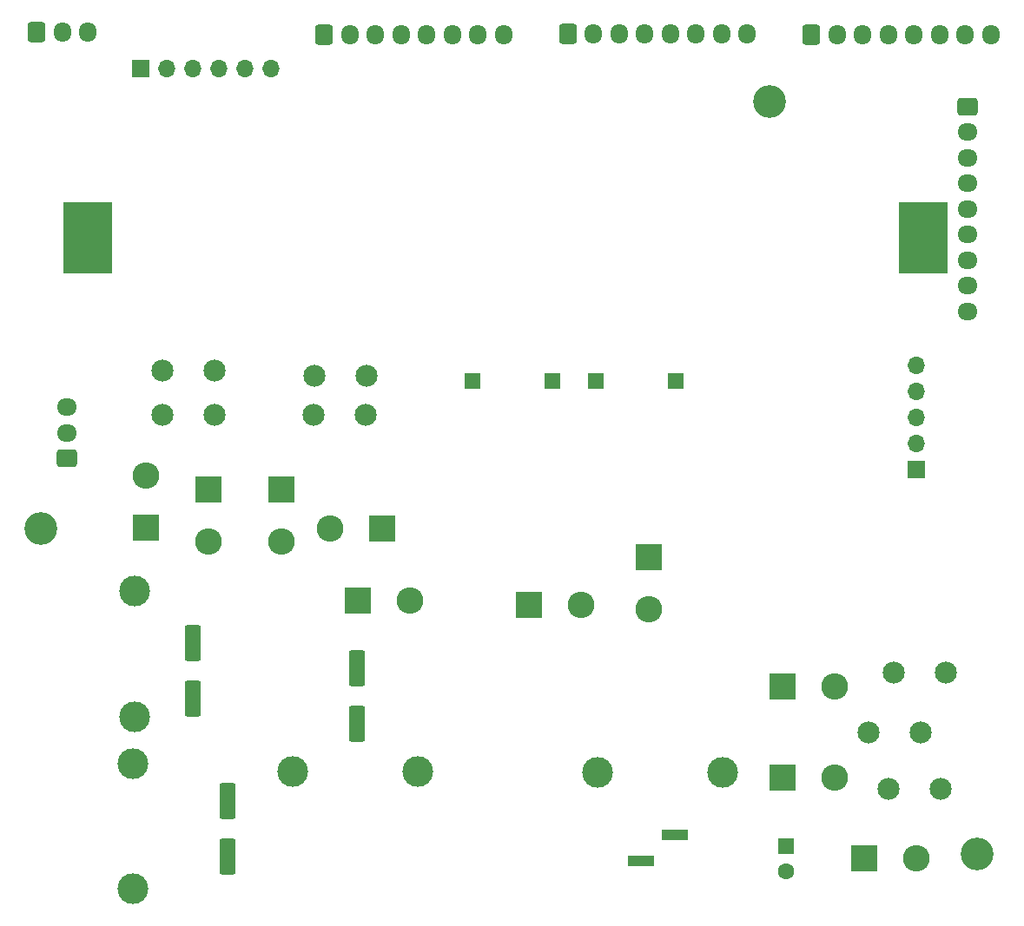
<source format=gbs>
%TF.GenerationSoftware,KiCad,Pcbnew,(6.0.4)*%
%TF.CreationDate,2022-05-20T17:10:54-05:00*%
%TF.ProjectId,Easyrun,45617379-7275-46e2-9e6b-696361645f70,rev?*%
%TF.SameCoordinates,Original*%
%TF.FileFunction,Soldermask,Bot*%
%TF.FilePolarity,Negative*%
%FSLAX46Y46*%
G04 Gerber Fmt 4.6, Leading zero omitted, Abs format (unit mm)*
G04 Created by KiCad (PCBNEW (6.0.4)) date 2022-05-20 17:10:54*
%MOMM*%
%LPD*%
G01*
G04 APERTURE LIST*
G04 Aperture macros list*
%AMRoundRect*
0 Rectangle with rounded corners*
0 $1 Rounding radius*
0 $2 $3 $4 $5 $6 $7 $8 $9 X,Y pos of 4 corners*
0 Add a 4 corners polygon primitive as box body*
4,1,4,$2,$3,$4,$5,$6,$7,$8,$9,$2,$3,0*
0 Add four circle primitives for the rounded corners*
1,1,$1+$1,$2,$3*
1,1,$1+$1,$4,$5*
1,1,$1+$1,$6,$7*
1,1,$1+$1,$8,$9*
0 Add four rect primitives between the rounded corners*
20,1,$1+$1,$2,$3,$4,$5,0*
20,1,$1+$1,$4,$5,$6,$7,0*
20,1,$1+$1,$6,$7,$8,$9,0*
20,1,$1+$1,$8,$9,$2,$3,0*%
G04 Aperture macros list end*
%ADD10RoundRect,0.250000X-0.600000X-0.725000X0.600000X-0.725000X0.600000X0.725000X-0.600000X0.725000X0*%
%ADD11O,1.700000X1.950000*%
%ADD12R,2.600000X2.600000*%
%ADD13O,2.600000X2.600000*%
%ADD14C,3.200000*%
%ADD15C,2.145000*%
%ADD16C,3.000000*%
%ADD17RoundRect,0.250000X-0.725000X0.600000X-0.725000X-0.600000X0.725000X-0.600000X0.725000X0.600000X0*%
%ADD18O,1.950000X1.700000*%
%ADD19R,1.600000X1.600000*%
%ADD20C,1.600000*%
%ADD21RoundRect,0.250000X0.725000X-0.600000X0.725000X0.600000X-0.725000X0.600000X-0.725000X-0.600000X0*%
%ADD22R,1.700000X1.700000*%
%ADD23O,1.700000X1.700000*%
%ADD24R,4.700000X7.000000*%
%ADD25RoundRect,0.250000X0.550000X-1.500000X0.550000X1.500000X-0.550000X1.500000X-0.550000X-1.500000X0*%
%ADD26RoundRect,0.250000X-0.550000X1.500000X-0.550000X-1.500000X0.550000X-1.500000X0.550000X1.500000X0*%
%ADD27R,1.500000X1.500000*%
%ADD28R,2.510000X1.000000*%
G04 APERTURE END LIST*
D10*
%TO.C,J_Lector_2*%
X182014000Y-57035500D03*
D11*
X184514000Y-57035500D03*
X187014000Y-57035500D03*
X189514000Y-57035500D03*
X192014000Y-57035500D03*
X194514000Y-57035500D03*
X197014000Y-57035500D03*
X199514000Y-57035500D03*
%TD*%
D12*
%TO.C,D1*%
X140157600Y-105252200D03*
D13*
X135077600Y-105252200D03*
%TD*%
D14*
%TO.C,REF\u002A\u002A*%
X198130000Y-137002200D03*
%TD*%
D10*
%TO.C,J_Lector_1*%
X158265000Y-56997500D03*
D11*
X160765000Y-56997500D03*
X163265000Y-56997500D03*
X165765000Y-56997500D03*
X168265000Y-56997500D03*
X170765000Y-56997500D03*
X173265000Y-56997500D03*
X175765000Y-56997500D03*
%TD*%
D12*
%TO.C,DFly1*%
X187157200Y-137408600D03*
D13*
X192237200Y-137408600D03*
%TD*%
D15*
%TO.C,J_gnd1*%
X192694400Y-125115000D03*
X187614400Y-125115000D03*
%TD*%
D16*
%TO.C,LB3*%
X116075000Y-111375000D03*
X116075000Y-123575000D03*
%TD*%
%TO.C,Lb1*%
X115834000Y-128163000D03*
X115834000Y-140363000D03*
%TD*%
D12*
%TO.C,D3*%
X123220000Y-101405000D03*
D13*
X123220000Y-106485000D03*
%TD*%
D10*
%TO.C,J_Lector_3*%
X134516000Y-57035500D03*
D11*
X137016000Y-57035500D03*
X139516000Y-57035500D03*
X142016000Y-57035500D03*
X144516000Y-57035500D03*
X147016000Y-57035500D03*
X149516000Y-57035500D03*
X152016000Y-57035500D03*
%TD*%
D15*
%TO.C,B1_1*%
X118780400Y-89809000D03*
X123860400Y-89809000D03*
%TD*%
D17*
%TO.C,J_Display1*%
X197257500Y-64070000D03*
D18*
X197257500Y-66570000D03*
X197257500Y-69070000D03*
X197257500Y-71570000D03*
X197257500Y-74070000D03*
X197257500Y-76570000D03*
X197257500Y-79070000D03*
X197257500Y-81570000D03*
X197257500Y-84070000D03*
%TD*%
D15*
%TO.C,J_Tap_1*%
X194594000Y-130633000D03*
X189514000Y-130633000D03*
%TD*%
D14*
%TO.C,REF\u002A\u002A*%
X177962400Y-63600000D03*
%TD*%
D15*
%TO.C,B2_1*%
X133553200Y-90322400D03*
X138633200Y-90322400D03*
%TD*%
%TO.C,B2*%
X133512400Y-94177800D03*
X138592400Y-94177800D03*
%TD*%
D12*
%TO.C,DBoo1*%
X117124000Y-105145000D03*
D13*
X117124000Y-100065000D03*
%TD*%
D12*
%TO.C,D2*%
X166146000Y-108009000D03*
D13*
X166146000Y-113089000D03*
%TD*%
D16*
%TO.C,LB5*%
X143625600Y-128975800D03*
X131425600Y-128975800D03*
%TD*%
D14*
%TO.C,REF\u002A\u002A*%
X106893200Y-105201400D03*
%TD*%
D19*
%TO.C,Crec1*%
X179534000Y-136211621D03*
D20*
X179534000Y-138711621D03*
%TD*%
D12*
%TO.C,D_S1*%
X179188000Y-129520000D03*
D13*
X184268000Y-129520000D03*
%TD*%
D15*
%TO.C,B1*%
X118780400Y-94177800D03*
X123860400Y-94177800D03*
%TD*%
D21*
%TO.C,J_M2*%
X109465000Y-98405000D03*
D18*
X109465000Y-95905000D03*
X109465000Y-93405000D03*
%TD*%
D22*
%TO.C,J_I2C1*%
X192206000Y-99481000D03*
D23*
X192206000Y-96941000D03*
X192206000Y-94401000D03*
X192206000Y-91861000D03*
X192206000Y-89321000D03*
%TD*%
D10*
%TO.C,J_M1*%
X106476000Y-56781500D03*
D11*
X108976000Y-56781500D03*
X111476000Y-56781500D03*
%TD*%
D22*
%TO.C,J_prog1*%
X116596000Y-60402000D03*
D23*
X119136000Y-60402000D03*
X121676000Y-60402000D03*
X124216000Y-60402000D03*
X126756000Y-60402000D03*
X129296000Y-60402000D03*
%TD*%
D12*
%TO.C,DB3*%
X137789200Y-112262600D03*
D13*
X142869200Y-112262600D03*
%TD*%
D12*
%TO.C,DB5*%
X154451600Y-112669000D03*
D13*
X159531600Y-112669000D03*
%TD*%
D16*
%TO.C,Lrec1*%
X173390000Y-129042000D03*
X161190000Y-129042000D03*
%TD*%
D12*
%TO.C,D4*%
X130332000Y-101405000D03*
D13*
X130332000Y-106485000D03*
%TD*%
D15*
%TO.C,J_Tap_2*%
X195102000Y-119333000D03*
X190022000Y-119333000D03*
%TD*%
D12*
%TO.C,D_S2*%
X179166000Y-120630000D03*
D13*
X184246000Y-120630000D03*
%TD*%
D24*
%TO.C,BT1*%
X192941800Y-76911200D03*
X111451800Y-76897200D03*
%TD*%
D25*
%TO.C,CB5*%
X137678000Y-124309800D03*
X137678000Y-118909800D03*
%TD*%
D26*
%TO.C,C_b1*%
X125130400Y-131863800D03*
X125130400Y-137263800D03*
%TD*%
D27*
%TO.C,BRst1*%
X156767200Y-90875800D03*
X148967200Y-90875800D03*
%TD*%
%TO.C,BProg1*%
X160956000Y-90875800D03*
X168756000Y-90875800D03*
%TD*%
D28*
%TO.C,SWRec1*%
X168691000Y-135138000D03*
X165381000Y-137678000D03*
%TD*%
D25*
%TO.C,CB3*%
X121676000Y-121820600D03*
X121676000Y-116420600D03*
%TD*%
M02*

</source>
